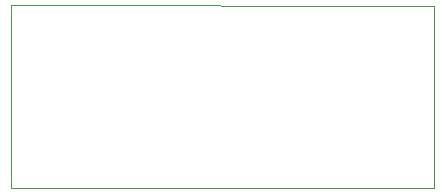
<source format=gbo>
G75*
%MOIN*%
%OFA0B0*%
%FSLAX25Y25*%
%IPPOS*%
%LPD*%
%AMOC8*
5,1,8,0,0,1.08239X$1,22.5*
%
%ADD10C,0.00000*%
D10*
X0001250Y0001800D02*
X0001250Y0063011D01*
X0142451Y0062761D01*
X0142451Y0001800D01*
X0001250Y0001800D01*
M02*

</source>
